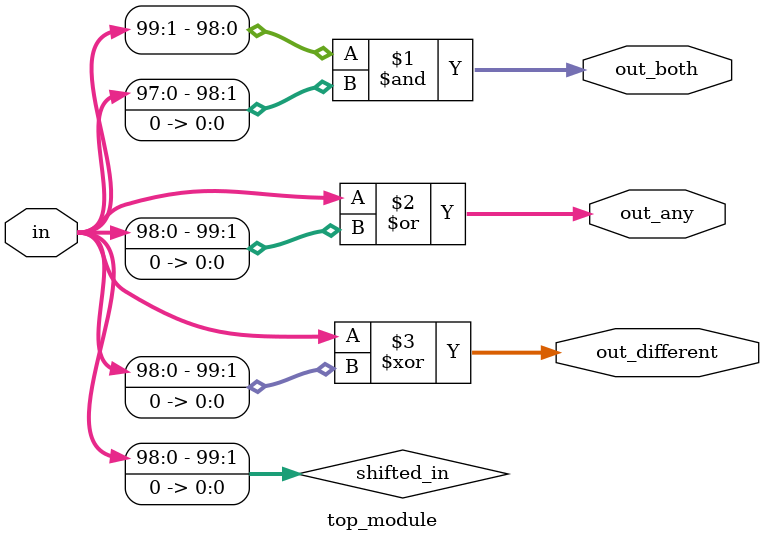
<source format=sv>
module top_module (
    input [99:0] in,
    output [98:0] out_both,
    output [99:0] out_any,
    output [99:0] out_different
);
    // Generate the shifted version of the input signal
    wire [99:0] shifted_in;
    assign shifted_in = {in[98:0], 1'b0};

    // Generate the out_both signal
    assign out_both = in[99:1] & shifted_in[98:0];

    // Generate the out_any signal
    assign out_any = in | shifted_in;

    // Generate the out_different signal
    assign out_different = in ^ shifted_in;

endmodule

</source>
